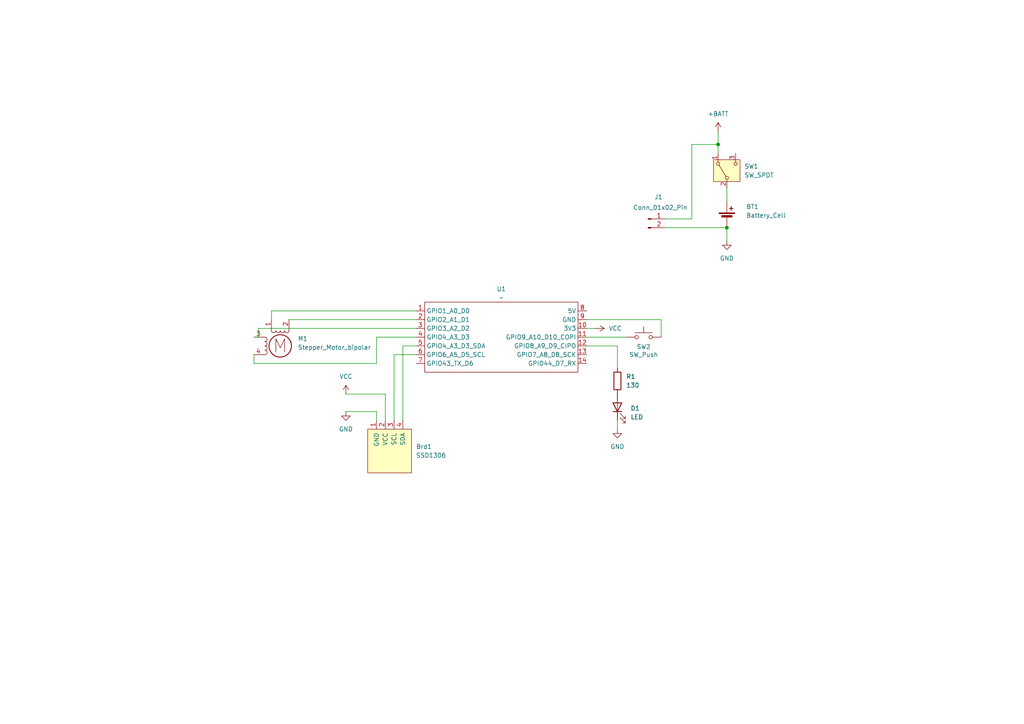
<source format=kicad_sch>
(kicad_sch (version 20231120) (generator "eeschema") (generator_version "8.0")
  (paper "A4")
  (title_block (title "DreamGuard-display") (date "2025-02-27") (rev "v5") (company "Joyce Chou"))
  (lib_symbols
    (symbol "Connector:Conn_01x02_Pin" (pin_names (offset 1.016) hide)
      (property "Reference" "J" (at 0 2.54 0))
      (property "Value" "Conn_01x02_Pin" (at 0 -5.08 0))
      (symbol "Conn_01x02_Pin_1_1"
        (polyline (pts (xy 1.27 -2.54) (xy 0.8636 -2.54)) (stroke (width 0.1524)))
        (polyline (pts (xy 1.27 0) (xy 0.8636 0)) (stroke (width 0.1524)))
        (rectangle (start 0.8636 -2.413) (end 0 -2.667) (stroke (width 0.1524)) (fill (type outline)))
        (rectangle (start 0.8636 0.127) (end 0 -0.127) (stroke (width 0.1524)) (fill (type outline)))
        (pin passive line (at 5.08 0 180) (length 3.81) (name "Pin_1") (number "1"))
        (pin passive line (at 5.08 -2.54 180) (length 3.81) (name "Pin_2") (number "2"))
      )
    )
    (symbol "Device:Battery_Cell" (pin_numbers hide) (pin_names (offset 0) hide)
      (property "Reference" "BT" (at 2.54 2.54 0))
      (property "Value" "Battery_Cell" (at 2.54 0 0))
      (symbol "Battery_Cell_0_1"
        (rectangle (start -2.286 1.778) (end 2.286 1.524) (fill (type outline)))
        (rectangle (start -1.524 1.016) (end 1.524 0.508) (fill (type outline)))
        (polyline (pts (xy 0 0.762) (xy 0 0)))
        (polyline (pts (xy 0 1.778) (xy 0 2.54)))
        (polyline (pts (xy 0.762 3.048) (xy 1.778 3.048)) (stroke (width 0.254)))
        (polyline (pts (xy 1.27 3.556) (xy 1.27 2.54)) (stroke (width 0.254)))
      )
      (symbol "Battery_Cell_1_1"
        (pin passive line (at 0 5.08 270) (length 2.54) (name "+") (number "1"))
        (pin passive line (at 0 -2.54 90) (length 2.54) (name "-") (number "2"))
      )
    )
    (symbol "Device:LED" (pin_numbers hide) (pin_names (offset 1.016) hide)
      (property "Reference" "D" (at 0 2.54 0))
      (property "Value" "LED" (at 0 -2.54 0))
      (symbol "LED_0_1"
        (polyline (pts (xy -1.27 -1.27) (xy -1.27 1.27)) (stroke (width 0.254)))
        (polyline (pts (xy -1.27 0) (xy 1.27 0)))
        (polyline (pts (xy 1.27 -1.27) (xy 1.27 1.27) (xy -1.27 0) (xy 1.27 -1.27)) (stroke (width 0.254)))
        (polyline (pts (xy -3.048 -0.762) (xy -4.572 -2.286) (xy -3.81 -2.286) (xy -4.572 -2.286) (xy -4.572 -1.524)))
        (polyline (pts (xy -1.778 -0.762) (xy -3.302 -2.286) (xy -2.54 -2.286) (xy -3.302 -2.286) (xy -3.302 -1.524)))
      )
      (symbol "LED_1_1"
        (pin passive line (at -3.81 0 0) (length 2.54) (name "K") (number "1"))
        (pin passive line (at 3.81 0 180) (length 2.54) (name "A") (number "2"))
      )
    )
    (symbol "Device:R" (pin_numbers hide) (pin_names (offset 0))
      (property "Reference" "R" (at 2.032 0 90))
      (property "Value" "R" (at 0 0 90))
      (symbol "R_0_1"
        (rectangle (start -1.016 -2.54) (end 1.016 2.54) (stroke (width 0.254)))
      )
      (symbol "R_1_1"
        (pin passive line (at 0 3.81 270) (length 1.27) (name "~") (number "1"))
        (pin passive line (at 0 -3.81 90) (length 1.27) (name "~") (number "2"))
      )
    )
    (symbol "Motor:Stepper_Motor_bipolar" (pin_names (offset 0) hide)
      (property "Reference" "M" (at 3.81 2.54 0))
      (property "Value" "Stepper_Motor_bipolar" (at 3.81 1.27 0))
      (symbol "Stepper_Motor_bipolar_0_0"
        (polyline (pts (xy -1.27 -1.778) (xy -1.27 2.032) (xy 0 -0.508) (xy 1.27 2.032) (xy 1.27 -1.778)))
      )
      (symbol "Stepper_Motor_bipolar_0_1"
        (arc (start -4.445 -2.54) (mid -3.8127 -1.905) (end -4.445 -1.27))
        (arc (start -4.445 -1.27) (mid -3.8127 -0.635) (end -4.445 0))
        (arc (start -4.445 0) (mid -3.8127 0.635) (end -4.445 1.27))
        (arc (start -4.445 1.27) (mid -3.8127 1.905) (end -4.445 2.54))
        (arc (start -2.54 4.445) (mid -1.905 3.8127) (end -1.27 4.445))
        (arc (start -1.27 4.445) (mid -0.635 3.8127) (end 0 4.445))
        (polyline (pts (xy -5.08 -2.54) (xy -4.445 -2.54)))
        (polyline (pts (xy -5.08 2.54) (xy -4.445 2.54)))
        (polyline (pts (xy -2.54 5.08) (xy -2.54 4.445)))
        (polyline (pts (xy 2.54 5.08) (xy 2.54 4.445)))
        (circle (center 0 0) (radius 3.2512) (stroke (width 0.254)))
        (arc (start 0 4.445) (mid 0.635 3.8127) (end 1.27 4.445))
        (arc (start 1.27 4.445) (mid 1.905 3.8127) (end 2.54 4.445))
      )
      (symbol "Stepper_Motor_bipolar_1_1"
        (pin passive line (at -2.54 7.62 270) (length 2.54) (name "~") (number "1"))
        (pin passive line (at 2.54 7.62 270) (length 2.54) (name "-") (number "2"))
        (pin passive line (at -7.62 2.54 0) (length 2.54) (name "~") (number "3"))
        (pin passive line (at -7.62 -2.54 0) (length 2.54) (name "~") (number "4"))
      )
    )
    (symbol "Switch:SW_Push" (pin_numbers hide) (pin_names (offset 1.016) hide)
      (property "Reference" "SW" (at 1.27 2.54 0))
      (property "Value" "SW_Push" (at 0 -1.524 0))
      (symbol "SW_Push_0_1"
        (circle (center -2.032 0) (radius 0.508))
        (polyline (pts (xy 0 1.27) (xy 0 3.048)))
        (polyline (pts (xy 2.54 1.27) (xy -2.54 1.27)))
        (circle (center 2.032 0) (radius 0.508))
        (pin passive line (at -5.08 0 0) (length 2.54) (name "1") (number "1"))
        (pin passive line (at 5.08 0 180) (length 2.54) (name "2") (number "2"))
      )
    )
    (symbol "Switch:SW_SPDT" (pin_names (offset 0) hide)
      (property "Reference" "SW" (at 0 5.08 0))
      (property "Value" "SW_SPDT" (at 0 -5.08 0))
      (symbol "SW_SPDT_0_1"
        (circle (center -2.032 0) (radius 0.4572))
        (polyline (pts (xy -1.651 0.254) (xy 1.651 2.286)))
        (circle (center 2.032 -2.54) (radius 0.4572))
        (circle (center 2.032 2.54) (radius 0.4572))
      )
      (symbol "SW_SPDT_1_1"
        (rectangle (start -3.175 3.81) (end 3.175 -3.81) (fill (type background)))
        (pin passive line (at 5.08 2.54 180) (length 2.54) (name "A") (number "1"))
        (pin passive line (at -5.08 0 0) (length 2.54) (name "B") (number "2"))
        (pin passive line (at 5.08 -2.54 180) (length 2.54) (name "C") (number "3"))
      )
    )
    (symbol "power:+BATT" (power) (pin_numbers hide) (pin_names (offset 0) hide)
      (property "Value" "+BATT" (at 0 3.556 0))
      (symbol "+BATT_0_1"
        (polyline (pts (xy -0.762 1.27) (xy 0 2.54)))
        (polyline (pts (xy 0 0) (xy 0 2.54)))
        (polyline (pts (xy 0 2.54) (xy 0.762 1.27)))
      )
      (symbol "+BATT_1_1"
        (pin power_in line (at 0 0 90) (length 0) (name "~") (number "1"))
      )
    )
    (symbol "power:GND" (power) (pin_numbers hide) (pin_names (offset 0) hide)
      (property "Value" "GND" (at 0 -3.81 0))
      (symbol "GND_0_1"
        (polyline (pts (xy 0 0) (xy 0 -1.27) (xy 1.27 -1.27) (xy 0 -2.54) (xy -1.27 -1.27) (xy 0 -1.27)))
      )
      (symbol "GND_1_1"
        (pin power_in line (at 0 0 270) (length 0) (name "~") (number "1"))
      )
    )
    (symbol "power:VCC" (power) (pin_numbers hide) (pin_names (offset 0) hide)
      (property "Value" "VCC" (at 0 3.556 0))
      (symbol "VCC_0_1"
        (polyline (pts (xy -0.762 1.27) (xy 0 2.54)))
        (polyline (pts (xy 0 0) (xy 0 2.54)))
        (polyline (pts (xy 0 2.54) (xy 0.762 1.27)))
      )
      (symbol "VCC_1_1"
        (pin power_in line (at 0 0 90) (length 0) (name "~") (number "1"))
      )
    )
    (symbol "ssd1306:SSD1306" (pin_names (offset 1.016))
      (property "Reference" "Brd" (at 0 -3.81 0))
      (property "Value" "SSD1306" (at 0 -1.27 0))
      (symbol "SSD1306_0_1"
        (rectangle (start -6.35 6.35) (end 6.35 -6.35) (fill (type background)))
      )
      (symbol "SSD1306_1_1"
        (pin input line (at -3.81 8.89 270) (length 2.54) (name "GND") (number "1"))
        (pin input line (at -1.27 8.89 270) (length 2.54) (name "VCC") (number "2"))
        (pin input line (at 1.27 8.89 270) (length 2.54) (name "SCL") (number "3"))
        (pin input line (at 3.81 8.89 270) (length 2.54) (name "SDA") (number "4"))
      )
    )
    (symbol "xiao:XIAO_ESP32_SENSE"
      (property "Reference" "U" (at 0 0 0))
      (symbol "XIAO_ESP32_SENSE_0_1"
        (polyline (pts (xy -20.32 8.89) (xy -20.32 -11.43) (xy 24.13 -11.43) (xy 24.13 8.89) (xy -20.32 8.89)))
      )
      (symbol "XIAO_ESP32_SENSE_1_1"
        (pin bidirectional line (at -22.86 6.35 0) (length 2.54) (name "GPIO1_A0_D0") (number "1"))
        (pin bidirectional line (at 26.67 1.27 180) (length 2.54) (name "3V3") (number "10"))
        (pin bidirectional line (at 26.67 -1.27 180) (length 2.54) (name "GPIO9_A10_D10_COPI") (number "11"))
        (pin bidirectional line (at 26.67 -3.81 180) (length 2.54) (name "GPIO8_A9_D9_CIPO") (number "12"))
        (pin bidirectional line (at 26.67 -6.35 180) (length 2.54) (name "GPIO7_A8_D8_SCK") (number "13"))
        (pin bidirectional line (at 26.67 -8.89 180) (length 2.54) (name "GPIO44_D7_RX") (number "14"))
        (pin bidirectional line (at -22.86 3.81 0) (length 2.54) (name "GPIO2_A1_D1") (number "2"))
        (pin bidirectional line (at -22.86 1.27 0) (length 2.54) (name "GPIO3_A2_D2") (number "3"))
        (pin bidirectional line (at -22.86 -1.27 0) (length 2.54) (name "GPIO4_A3_D3") (number "4"))
        (pin bidirectional line (at -22.86 -3.81 0) (length 2.54) (name "GPIO4_A3_D3_SDA") (number "5"))
        (pin bidirectional line (at -22.86 -6.35 0) (length 2.54) (name "GPIO6_A5_D5_SCL") (number "6"))
        (pin bidirectional line (at -22.86 -8.89 0) (length 2.54) (name "GPIO43_TX_D6") (number "7"))
        (pin bidirectional line (at 26.67 6.35 180) (length 2.54) (name "5V") (number "8"))
        (pin bidirectional line (at 26.67 3.81 180) (length 2.54) (name "GND") (number "9"))
      )
    )
  )
  (junction (at 210.82 66.04))
  (junction (at 208.28 41.91))
  (wire (pts (xy 116.84 100.33) (xy 120.65 100.33)))
  (wire (pts (xy 179.07 100.33) (xy 179.07 106.68)))
  (wire (pts (xy 74.93 97.79) (xy 74.93 95.25)))
  (wire (pts (xy 193.04 66.04) (xy 210.82 66.04)))
  (wire (pts (xy 114.3 102.87) (xy 120.65 102.87)))
  (wire (pts (xy 109.22 119.38) (xy 109.22 121.92)))
  (wire (pts (xy 179.07 121.92) (xy 179.07 124.46)))
  (wire (pts (xy 120.65 90.17) (xy 78.74 90.17)))
  (wire (pts (xy 200.66 41.91) (xy 208.28 41.91)))
  (wire (pts (xy 78.74 90.17) (xy 78.74 92.71)))
  (wire (pts (xy 193.04 63.5) (xy 200.66 63.5)))
  (wire (pts (xy 170.18 92.71) (xy 191.77 92.71)))
  (wire (pts (xy 208.28 38.1) (xy 208.28 41.91)))
  (wire (pts (xy 210.82 54.61) (xy 210.82 58.42)))
  (wire (pts (xy 120.65 92.71) (xy 83.82 92.71)))
  (wire (pts (xy 73.66 105.41) (xy 73.66 102.87)))
  (wire (pts (xy 73.66 97.79) (xy 74.93 97.79)))
  (wire (pts (xy 114.3 102.87) (xy 114.3 121.92)))
  (wire (pts (xy 200.66 63.5) (xy 200.66 41.91)))
  (wire (pts (xy 111.76 121.92) (xy 111.76 114.3)))
  (wire (pts (xy 74.93 95.25) (xy 120.65 95.25)))
  (wire (pts (xy 109.22 97.79) (xy 120.65 97.79)))
  (wire (pts (xy 210.82 66.04) (xy 210.82 69.85)))
  (wire (pts (xy 100.33 119.38) (xy 109.22 119.38)))
  (wire (pts (xy 116.84 100.33) (xy 116.84 121.92)))
  (wire (pts (xy 170.18 97.79) (xy 181.61 97.79)))
  (wire (pts (xy 73.66 105.41) (xy 109.22 105.41)))
  (wire (pts (xy 170.18 100.33) (xy 179.07 100.33)))
  (wire (pts (xy 111.76 114.3) (xy 100.33 114.3)))
  (wire (pts (xy 109.22 105.41) (xy 109.22 97.79)))
  (wire (pts (xy 191.77 92.71) (xy 191.77 97.79)))
  (wire (pts (xy 208.28 41.91) (xy 208.28 44.45)))
  (wire (pts (xy 170.18 95.25) (xy 172.72 95.25)))
  (symbol (lib_id "power:GND") (at 100.33 119.38 0) (unit 1)
    (property "Reference" "#PWR04" (effects (hide yes)))
    (property "Value" "GND" (at 100.33 124.46 0))
    (property "Description" "Power symbol creates a global label with name \"GND\" , ground" (effects (hide yes)))
  )
  (symbol (lib_id "Device:Battery_Cell") (at 210.82 63.5 0) (unit 1)
    (property "Reference" "BT1" (at 216.408 59.944 0) (effects (justify left)))
    (property "Value" "Battery_Cell" (at 216.408 62.484 0) (effects (justify left)))
    (property "Footprint" "Connector_JST:JST_PH_B2B-PH-K_1x02_P2.00mm_Vertical" (effects (hide yes)))
    (property "Description" "Single-cell battery" (effects (hide yes)))
  )
  (symbol (lib_id "Connector:Conn_01x02_Pin") (at 187.96 63.5 0) (unit 1)
    (property "Reference" "J1" (at 191.008 57.15 0))
    (property "Value" "Conn_01x02_Pin" (at 191.516 60.198 0))
    (property "Footprint" "Connector_JST:JST_PH_B2B-PH-K_1x02_P2.00mm_Vertical" (effects (hide yes)))
    (property "Description" "Generic connector, single row, 01x02, script generated" (effects (hide yes)))
  )
  (symbol (lib_id "xiao:XIAO_ESP32_SENSE") (at 143.51 96.52 0) (unit 1)
    (property "Reference" "U1" (at 145.415 83.82 0))
    (property "Value" "~" (at 145.415 86.36 0))
    (property "Footprint" "xiao:XIAO_ESP32_SENSE" (effects (hide yes)))
  )
  (symbol (lib_id "Switch:SW_SPDT") (at 210.82 49.53 90) (unit 1)
    (property "Reference" "SW1" (at 215.9 48.2599 90) (effects (justify right)))
    (property "Value" "SW_SPDT" (at 215.9 50.7999 90) (effects (justify right)))
    (property "Footprint" "Connector_PinHeader_2.54mm:PinHeader_1x03_P2.54mm_Vertical" (effects (hide yes)))
    (property "Description" "Switch, single pole double throw" (effects (hide yes)))
  )
  (symbol (lib_id "power:VCC") (at 172.72 95.25 270) (unit 1)
    (property "Reference" "#PWR03" (effects (hide yes)))
    (property "Value" "VCC" (at 176.53 95.2499 90) (effects (justify left)))
    (property "Description" "Power symbol creates a global label with name \"VCC\"" (effects (hide yes)))
  )
  (symbol (lib_id "Device:LED") (at 179.07 118.11 90) (unit 1)
    (property "Reference" "D1" (at 182.88 118.4274 90) (effects (justify right)))
    (property "Value" "LED" (at 182.88 120.9674 90) (effects (justify right)))
    (property "Footprint" "LED_THT:LED_D5.0mm" (effects (hide yes)))
    (property "Description" "Light emitting diode" (effects (hide yes)))
  )
  (symbol (lib_id "Switch:SW_Push") (at 186.69 97.79 0) (unit 1)
    (property "Reference" "SW2" (at 186.69 100.584 0))
    (property "Value" "SW_Push" (at 186.69 102.87 0))
    (property "Footprint" "Button_Switch_THT:SW_PUSH-12mm" (effects (hide yes)))
    (property "Description" "Push button switch, generic, two pins" (effects (hide yes)))
  )
  (symbol (lib_id "power:GND") (at 210.82 69.85 0) (unit 1)
    (property "Reference" "#PWR08" (effects (hide yes)))
    (property "Value" "GND" (at 210.82 74.93 0))
    (property "Description" "Power symbol creates a global label with name \"GND\" , ground" (effects (hide yes)))
  )
  (symbol (lib_id "power:VCC") (at 100.33 114.3 0) (unit 1)
    (property "Reference" "#PWR05" (effects (hide yes)))
    (property "Value" "VCC" (at 100.33 109.22 0))
    (property "Description" "Power symbol creates a global label with name \"VCC\"" (effects (hide yes)))
  )
  (symbol (lib_id "Motor:Stepper_Motor_bipolar") (at 81.28 100.33 0) (unit 1)
    (property "Reference" "M1" (at 86.36 98.209 0) (effects (justify left)))
    (property "Value" "Stepper_Motor_bipolar" (at 86.36 100.749 0) (effects (justify left)))
    (property "Footprint" "x27:x27_stepper" (effects (hide yes)))
    (property "Datasheet" "http://www.infineon.com/dgdl/Application-Note-TLE8110EE_driving_UniPolarStepperMotor_V1.1.pdf?fileId=db3a30431be39b97011be5d0aa0a00b0" (effects (hide yes)))
    (property "Description" "4-wire bipolar stepper motor" (effects (hide yes)))
  )
  (symbol (lib_id "Device:R") (at 179.07 110.49 0) (unit 1)
    (property "Reference" "R1" (at 181.61 109.2199 0) (effects (justify left)))
    (property "Value" "130" (at 181.61 111.7599 0) (effects (justify left)))
    (property "Footprint" "Resistor_SMD:R_0805_2012Metric" (effects (hide yes)))
    (property "Description" "Resistor" (effects (hide yes)))
  )
  (symbol (lib_id "ssd1306:SSD1306") (at 113.03 130.81 0) (unit 1)
    (property "Reference" "Brd1" (at 120.65 129.5399 0) (effects (justify left)))
    (property "Value" "SSD1306" (at 120.65 132.0799 0) (effects (justify left)))
    (property "Footprint" "ssd1306:128x64OLED" (effects (hide yes)))
    (property "Description" "SSD1306 OLED" (effects (hide yes)))
  )
  (symbol (lib_id "power:+BATT") (at 208.28 38.1 0) (unit 1)
    (property "Reference" "#PWR02" (effects (hide yes)))
    (property "Value" "+BATT" (at 208.28 33.02 0))
    (property "Description" "Power symbol creates a global label with name \"+BATT\"" (effects (hide yes)))
  )
  (symbol (lib_id "power:GND") (at 179.07 124.46 0) (unit 1)
    (property "Reference" "#PWR01" (effects (hide yes)))
    (property "Value" "GND" (at 179.07 129.54 0))
    (property "Description" "Power symbol creates a global label with name \"GND\" , ground" (effects (hide yes)))
  )
)
</source>
